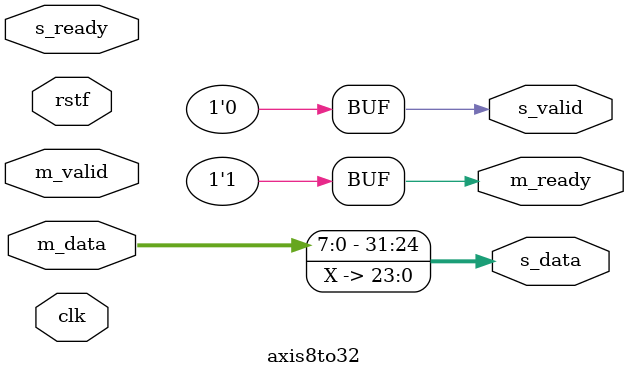
<source format=sv>
module axis8to32
  (input wire[7:0] m_data,
   input wire         m_valid,
   output wire        m_ready,
   output wire [31:0] s_data,
   output wire        s_valid,
   input wire         s_ready,
   input wire         clk, rstf
   );

   reg [31:0]         n_data;

   assign s_data = {m_data, data[23:0]};
   assign s_valid = (cnt == 3) ? 1:0;
   assign m_ready = (cnt == 3) ? s_ready:1;

   always @(posedge clk or negedge rstf) begin
      if(~rstf) begin
         cnt <= 0;
         data <= 0;
      end
      else begin
         case(cnt)
           0: data[7:0] <= m_data;
           1: data[15:8] <= m_data;
           2: data[23:16] <= m_data;
           3: data[31:23] <= m_data;
         endcase
         if(s_valid & s_ready)
           cnt <= cnt + 1;
      end
   end

endmodule

</source>
